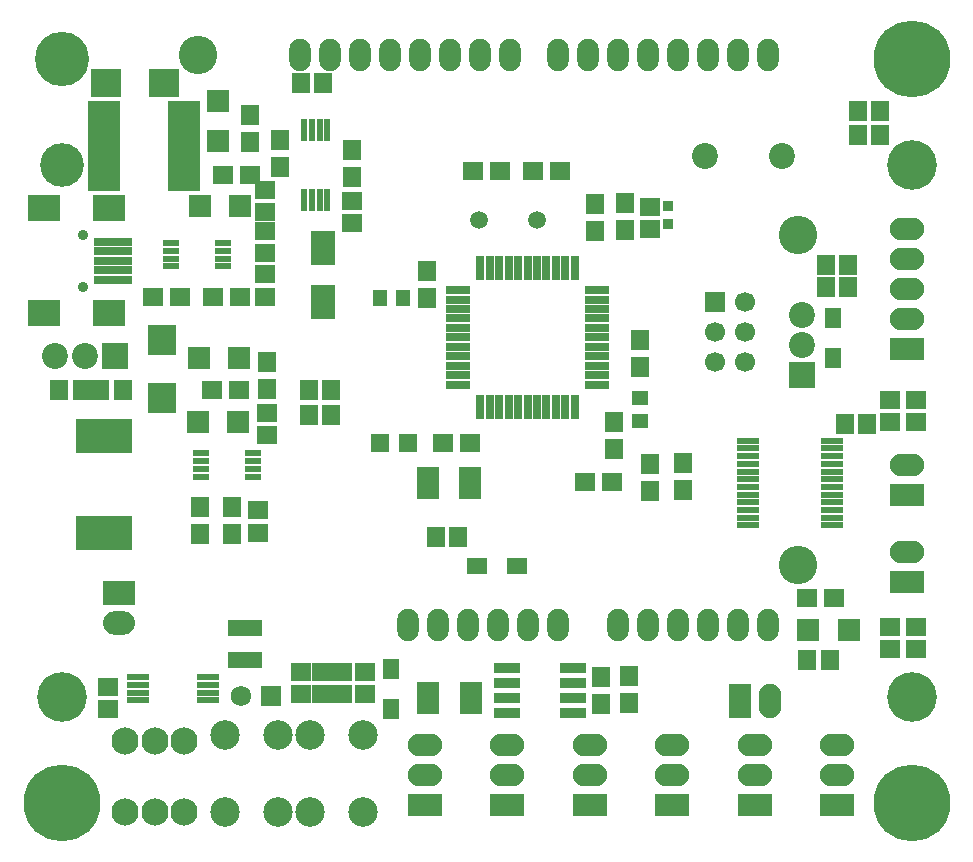
<source format=gbr>
G04 DipTrace 2.05 beta*
%INTop Mask.gbr*%
%MOIN*%
%ADD10C,0.0098*%
%ADD11C,0.0055*%
%ADD12C,0.003*%
%ADD13C,0.0197*%
%ADD14C,0.0394*%
%ADD15C,0.02*%
%ADD16C,0.03*%
%ADD17C,0.0138*%
%ADD18C,0.0157*%
%ADD19C,0.0118*%
%ADD20C,0.0787*%
%ADD21C,0.0165*%
%ADD22C,0.015*%
%ADD23C,0.0079*%
%ADD24C,0.025*%
%ADD25R,0.056X0.06*%
%ADD26R,0.06X0.056*%
%ADD27R,0.064X0.064*%
%ADD28R,0.07X0.102*%
%ADD29R,0.0709X0.1043*%
%ADD30R,0.0276X0.0276*%
%ADD31R,0.0591X0.0512*%
%ADD32R,0.048X0.063*%
%ADD33R,0.0512X0.0591*%
%ADD34R,0.0866X0.0945*%
%ADD35R,0.0945X0.0866*%
%ADD36R,0.063X0.048*%
%ADD37O,0.0984X0.0709*%
%ADD38R,0.0984X0.0709*%
%ADD39R,0.0787X0.0787*%
%ADD40C,0.0787*%
%ADD41R,0.1063X0.0669*%
%ADD42O,0.1063X0.0669*%
%ADD43R,0.0984X0.0787*%
%ADD44R,0.122X0.0217*%
%ADD45C,0.01*%
%ADD46O,0.065X0.1*%
%ADD47R,0.0591X0.0591*%
%ADD48C,0.0591*%
%ADD49R,0.0669X0.1063*%
%ADD50O,0.0669X0.1063*%
%ADD51R,0.06X0.06*%
%ADD52C,0.06*%
%ADD53R,0.0472X0.0394*%
%ADD54R,0.0394X0.0472*%
%ADD55R,0.1772X0.1102*%
%ADD56R,0.1004X0.2953*%
%ADD57R,0.0551X0.0512*%
%ADD58R,0.1063X0.0472*%
%ADD59C,0.0827*%
%ADD60C,0.0906*%
%ADD61C,0.0373*%
%ADD62R,0.0709X0.0197*%
%ADD63R,0.0197X0.0709*%
%ADD64R,0.05X0.015*%
%ADD65R,0.065X0.0157*%
%ADD66O,0.0134X0.0143*%
%ADD67R,0.0165X0.0701*%
%ADD68R,0.08X0.026*%
%ADD69O,0.0143X0.0134*%
%ADD70R,0.0701X0.0165*%
%ADD71C,0.248*%
%ADD72C,0.1732*%
%ADD73C,0.1378*%
%ADD74C,0.1575*%
%ADD75C,0.0512*%
%ADD76C,0.04*%
%ADD77C,0.0191*%
%ADD78C,0.0354*%
%ADD79C,0.128*%
%ADD80C,0.0295*%
%ADD81C,0.0335*%
%ADD82C,0.035*%
%ADD83C,0.038*%
%ADD84C,0.126*%
%ADD85C,0.0236*%
%ADD86C,0.0479*%
%ADD87C,0.0321*%
%ADD88C,0.0433*%
%ADD89C,0.1654*%
%ADD90C,0.1496*%
%ADD91C,0.1457*%
%ADD92C,0.1299*%
%ADD93C,0.1811*%
%ADD94C,0.2559*%
%ADD95C,0.2402*%
%ADD96R,0.078X0.0244*%
%ADD97R,0.0622X0.0087*%
%ADD98R,0.0879X0.0339*%
%ADD99R,0.0721X0.0181*%
%ADD100R,0.0244X0.078*%
%ADD101R,0.0087X0.0622*%
%ADD102R,0.0728X0.0236*%
%ADD103R,0.0571X0.0079*%
%ADD104R,0.0579X0.0228*%
%ADD105R,0.0421X0.0071*%
%ADD106R,0.0276X0.0787*%
%ADD107R,0.0118X0.063*%
%ADD108R,0.0787X0.0276*%
%ADD109R,0.063X0.0118*%
%ADD110C,0.0984*%
%ADD111C,0.0748*%
%ADD112R,0.1142X0.0551*%
%ADD113R,0.0984X0.0394*%
%ADD114R,0.063X0.0591*%
%ADD115R,0.0472X0.0433*%
%ADD116R,0.1083X0.3031*%
%ADD117R,0.0925X0.2874*%
%ADD118R,0.185X0.1181*%
%ADD119R,0.1693X0.1024*%
%ADD120R,0.0472X0.0551*%
%ADD121R,0.0315X0.0394*%
%ADD122R,0.0551X0.0472*%
%ADD123R,0.0394X0.0315*%
%ADD124C,0.0679*%
%ADD125C,0.0521*%
%ADD126R,0.0679X0.0679*%
%ADD127R,0.0521X0.0521*%
%ADD128O,0.0748X0.1142*%
%ADD129O,0.0591X0.0984*%
%ADD130R,0.0748X0.1142*%
%ADD131R,0.0591X0.0984*%
%ADD132C,0.0669*%
%ADD133R,0.0669X0.0669*%
%ADD134R,0.0512X0.0512*%
%ADD135O,0.0729X0.1079*%
%ADD136O,0.0571X0.0921*%
%ADD137R,0.1299X0.0295*%
%ADD138R,0.1142X0.0138*%
%ADD139R,0.1063X0.0866*%
%ADD140R,0.0906X0.0709*%
%ADD141O,0.1142X0.0748*%
%ADD142O,0.0984X0.0591*%
%ADD143R,0.1142X0.0748*%
%ADD144R,0.0984X0.0591*%
%ADD145C,0.0866*%
%ADD146C,0.0709*%
%ADD147R,0.0866X0.0866*%
%ADD148R,0.0709X0.0709*%
%ADD149R,0.1063X0.0787*%
%ADD150R,0.0906X0.063*%
%ADD151O,0.1063X0.0787*%
%ADD152O,0.0906X0.063*%
%ADD153R,0.0709X0.0559*%
%ADD154R,0.0551X0.0401*%
%ADD155R,0.1024X0.0945*%
%ADD156R,0.0866X0.0787*%
%ADD157R,0.0945X0.1024*%
%ADD158R,0.0787X0.0866*%
%ADD159R,0.0591X0.0669*%
%ADD160R,0.0433X0.0512*%
%ADD161R,0.0559X0.0709*%
%ADD162R,0.0401X0.0551*%
%ADD163R,0.0669X0.0591*%
%ADD164R,0.0512X0.0433*%
%ADD165R,0.0354X0.0354*%
%ADD166R,0.0197X0.0197*%
%ADD167R,0.0787X0.1122*%
%ADD168R,0.063X0.0965*%
%ADD169R,0.0779X0.1099*%
%ADD170R,0.0621X0.0941*%
%ADD171R,0.0719X0.0719*%
%ADD172R,0.0561X0.0561*%
%ADD173R,0.0679X0.0639*%
%ADD174R,0.0521X0.0481*%
%ADD175R,0.0639X0.0679*%
%ADD176R,0.0481X0.0521*%
%ADD177C,0.0866*%
%ADD178C,0.0709*%
%ADD179C,0.0062*%
%ADD180C,0.0093*%
%ADD181C,0.0077*%
%ADD182C,0.0046*%
%ADD183C,0.0232*%
%ADD184C,0.0185*%
%ADD185C,0.017*%
%ADD186C,0.0124*%
%FSLAX44Y44*%
%SFA1B1*%
%OFA0B0*%
G04*
G70*
G90*
G75*
G01*
%LNTopMask*%
%LPD*%
G54D177*
X25786Y-5000D3*
X23227D3*
G54D175*
X19564Y-7500D3*
Y-6600D3*
G54D173*
X16377Y-5501D3*
X15477D3*
X17502D3*
X18402D3*
G54D175*
X6376Y-16689D3*
Y-17589D3*
G54D173*
X14502Y-14564D3*
X15402D3*
G54D175*
X20190Y-13876D3*
Y-14776D3*
X21064Y-11125D3*
Y-12025D3*
X20564Y-6562D3*
Y-7462D3*
X22502Y-15252D3*
Y-16152D3*
G54D173*
X27503Y-19752D3*
X26603D3*
G54D175*
X21377Y-16184D3*
Y-15284D3*
X13938Y-9750D3*
Y-8850D3*
G54D171*
X28003Y-20815D3*
X26663D3*
G54D175*
X11439Y-4813D3*
Y-5713D3*
X9063Y-5376D3*
Y-4476D3*
X20690Y-23252D3*
Y-22352D3*
X19752Y-22377D3*
Y-23277D3*
G54D169*
X14001Y-23065D3*
X15421D3*
G54D173*
X20127Y-15877D3*
X19227D3*
G54D171*
X6313Y-13876D3*
X7653D3*
G54D175*
X7438Y-16689D3*
Y-17589D3*
G54D173*
X7688Y-12814D3*
X6788D3*
G54D175*
X8626Y-11876D3*
Y-12776D3*
G54D173*
X4813Y-9689D3*
X5713D3*
G54D171*
X6376Y-6688D3*
X7716D3*
G54D173*
X6813Y-9689D3*
X7713D3*
X8063Y-5626D3*
X7163D3*
G54D175*
X8063Y-3625D3*
Y-4525D3*
G54D167*
X10501Y-9876D3*
Y-8085D3*
G54D169*
X13979Y-15917D3*
X15399D3*
G54D171*
X7688Y-11751D3*
X6348D3*
X7001Y-4500D3*
Y-3161D3*
G54D165*
X22002Y-6688D3*
Y-7259D3*
G54D163*
X30253Y-13126D3*
Y-13874D3*
X29378Y-13126D3*
Y-13874D3*
Y-21440D3*
Y-20692D3*
X30253Y-21440D3*
Y-20692D3*
G54D161*
X12751Y-23440D3*
Y-22100D3*
G54D163*
X9751Y-22940D3*
Y-22192D3*
G54D159*
X29066Y-4313D3*
X28318D3*
G54D157*
X5126Y-13073D3*
Y-11144D3*
G54D155*
X3241Y-2563D3*
X5170D3*
G54D153*
X16945Y-18687D3*
X15605D3*
G54D163*
X11876Y-22190D3*
Y-22938D3*
G54D161*
X27485Y-11734D3*
Y-10394D3*
G54D151*
X3688Y-20565D3*
G54D149*
Y-19580D3*
G54D147*
X3563Y-11686D3*
G54D145*
X2563D3*
X1563D3*
G54D143*
X29941Y-19189D3*
G54D141*
Y-18189D3*
G54D143*
Y-16314D3*
G54D141*
Y-15314D3*
G54D139*
X1188Y-10251D3*
G54D137*
X3471Y-8499D3*
G54D139*
X1188Y-6747D3*
X3353Y-10251D3*
Y-6747D3*
G54D137*
X3471Y-8814D3*
Y-9129D3*
Y-8184D3*
Y-7869D3*
G54D78*
X2487Y-9365D3*
Y-7633D3*
G54D135*
X25315Y-1625D3*
X24315D3*
X23315D3*
X22315D3*
X21315D3*
X20315D3*
X19315D3*
X18315D3*
X23315Y-20625D3*
X22315D3*
X21315D3*
X20315D3*
X18315D3*
X17315D3*
X16315D3*
X15315D3*
X14315D3*
X13315D3*
X16715Y-1625D3*
X15715D3*
X14715D3*
X13715D3*
X12715D3*
X11715D3*
X10715D3*
X9715D3*
X25315Y-20625D3*
X24315D3*
G54D79*
X6315Y-1625D3*
X26315Y-7625D3*
Y-18625D3*
G54D143*
X29941Y-11439D3*
G54D141*
Y-10439D3*
Y-9439D3*
Y-8439D3*
Y-7439D3*
G54D143*
X13876Y-26628D3*
G54D141*
Y-25628D3*
Y-24628D3*
G54D143*
X16626Y-26628D3*
G54D141*
Y-25628D3*
Y-24628D3*
G54D143*
X19376Y-26628D3*
G54D141*
Y-25628D3*
Y-24628D3*
G54D143*
X22126Y-26628D3*
G54D141*
Y-25628D3*
Y-24628D3*
G54D143*
X24876Y-26628D3*
G54D141*
Y-25628D3*
Y-24628D3*
G54D143*
X27626Y-26628D3*
G54D141*
Y-25628D3*
Y-24628D3*
G54D147*
X26442Y-12314D3*
G54D145*
Y-11314D3*
Y-10314D3*
G54D133*
X23565Y-9876D3*
G54D132*
X24565D3*
X23565Y-10876D3*
X24565D3*
X23565Y-11876D3*
X24565D3*
G54D130*
X24375Y-23187D3*
G54D128*
X25375D3*
G54D126*
X8751Y-23002D3*
G54D124*
X7751D3*
G54D122*
X21065Y-13064D3*
Y-13851D3*
G54D120*
X12375Y-9750D3*
X13163D3*
G54D118*
X3188Y-17564D3*
Y-14336D3*
G54D116*
X5862Y-4688D3*
X3185D3*
G54D114*
X12376Y-14564D3*
X13321D3*
G54D112*
X7876Y-20752D3*
Y-21819D3*
G54D159*
X10751Y-13626D3*
X10003D3*
X10751Y-12814D3*
X10003D3*
G54D163*
X21376Y-7437D3*
Y-6689D3*
G54D159*
X26628Y-21815D3*
X27376D3*
X27879Y-13939D3*
X28627D3*
X10501Y-2563D3*
X9753D3*
G54D163*
X11439Y-7251D3*
Y-6503D3*
X8626Y-14314D3*
Y-13566D3*
X10439Y-22940D3*
Y-22192D3*
G54D159*
X3813Y-12814D3*
X3065D3*
G54D163*
X8313Y-17564D3*
Y-16816D3*
X8563Y-6876D3*
Y-6128D3*
Y-8251D3*
Y-7503D3*
Y-9689D3*
Y-8940D3*
G54D159*
X2438Y-12814D3*
X1690D3*
G54D163*
X3313Y-23440D3*
Y-22692D3*
G54D159*
X28315Y-3500D3*
X29064D3*
X14251Y-17689D3*
X15000D3*
G54D163*
X11126Y-22940D3*
Y-22192D3*
G54D159*
X27253Y-9376D3*
X28001D3*
X27253Y-8626D3*
X28001D3*
G54D60*
X4876Y-24503D3*
X3891Y-26865D3*
X4876D3*
X5860D3*
X3891Y-24503D3*
X5860D3*
G54D110*
X11814Y-24315D3*
Y-26874D3*
X10042Y-24315D3*
Y-26874D3*
X9001Y-24315D3*
Y-26874D3*
X7229Y-24315D3*
Y-26874D3*
G54D108*
X19627Y-12626D3*
Y-12311D3*
Y-11996D3*
Y-11681D3*
Y-11367D3*
Y-11052D3*
Y-10737D3*
Y-10422D3*
Y-10107D3*
Y-9792D3*
Y-9477D3*
G54D106*
X18879Y-8729D3*
X18564D3*
X18249D3*
X17934D3*
X17619D3*
X17304D3*
X16989D3*
X16674D3*
X16359D3*
X16044D3*
X15730D3*
G54D108*
X14981Y-9477D3*
Y-9792D3*
Y-10107D3*
Y-10422D3*
Y-10737D3*
Y-11052D3*
Y-11367D3*
Y-11681D3*
Y-11996D3*
Y-12311D3*
Y-12626D3*
G54D106*
X15730Y-13374D3*
X16044D3*
X16359D3*
X16674D3*
X16989D3*
X17304D3*
X17619D3*
X17934D3*
X18249D3*
X18564D3*
X18879D3*
G54D104*
X8165Y-15689D3*
Y-15433D3*
Y-15177D3*
Y-14921D3*
X6417D3*
Y-15185D3*
Y-15433D3*
Y-15689D3*
G54D102*
X27440Y-17314D3*
Y-17058D3*
Y-16803D3*
Y-16547D3*
Y-16291D3*
Y-16035D3*
Y-15779D3*
Y-15523D3*
Y-15267D3*
Y-15011D3*
Y-14755D3*
Y-14499D3*
X24665D3*
Y-14755D3*
Y-15011D3*
Y-15267D3*
Y-15523D3*
Y-15779D3*
Y-16035D3*
Y-16291D3*
Y-16547D3*
Y-16803D3*
Y-17058D3*
Y-17314D3*
G54D100*
X10626Y-4126D3*
X10370D3*
X10114D3*
X9858D3*
Y-6464D3*
X10114D3*
X10370D3*
X10626D3*
G54D98*
X18814Y-23565D3*
Y-23065D3*
Y-22565D3*
Y-22065D3*
X16615Y-23565D3*
Y-23065D3*
Y-22565D3*
Y-22065D3*
G54D104*
X7165Y-8688D3*
Y-8433D3*
Y-8177D3*
Y-7921D3*
X5417D3*
Y-8184D3*
Y-8433D3*
Y-8688D3*
G54D96*
X4313Y-22377D3*
Y-22633D3*
Y-22889D3*
Y-23145D3*
X6652D3*
Y-22889D3*
Y-22633D3*
Y-22377D3*
G54D94*
X1772Y-26575D3*
G54D93*
Y-1772D3*
G54D91*
Y-5315D3*
G54D89*
Y-23031D3*
G54D94*
X30118Y-1772D3*
Y-26575D3*
G54D89*
Y-5315D3*
Y-23031D3*
G54D48*
X15687Y-7126D3*
X17609D3*
M02*

</source>
